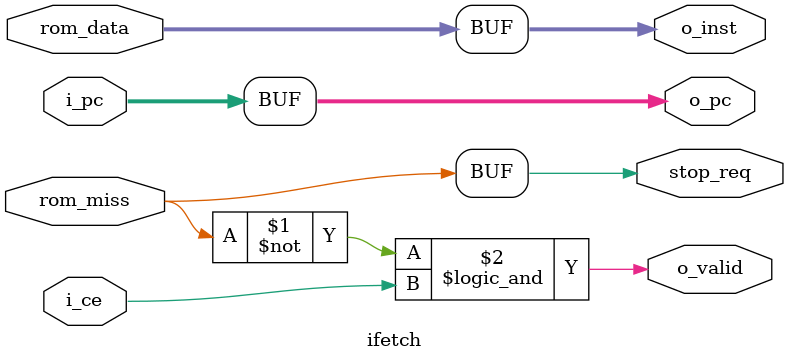
<source format=v>
module ifetch(

	// from PC
	input[31:0]     i_pc,
	input           i_ce,
	
	output[31:0]    o_pc,
	output[31:0]    o_inst,
	output          o_valid,
	
	// Inst_memory
	input[31:0]     rom_data,
	input           rom_miss,
	
	output          stop_req
);

assign o_pc = i_pc;
assign o_inst = rom_data;

assign stop_req = rom_miss;
assign o_valid = (~rom_miss) && (i_ce);

endmodule

</source>
